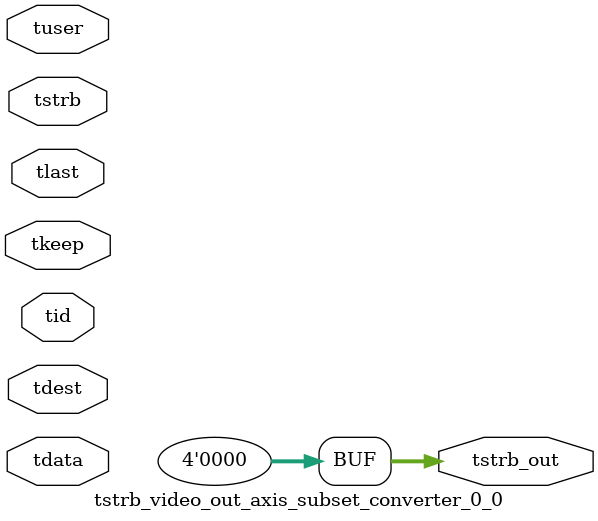
<source format=v>


`timescale 1ps/1ps

module tstrb_video_out_axis_subset_converter_0_0 #
(
parameter C_S_AXIS_TDATA_WIDTH = 32,
parameter C_S_AXIS_TUSER_WIDTH = 0,
parameter C_S_AXIS_TID_WIDTH   = 0,
parameter C_S_AXIS_TDEST_WIDTH = 0,
parameter C_M_AXIS_TDATA_WIDTH = 32
)
(
input  [(C_S_AXIS_TDATA_WIDTH == 0 ? 1 : C_S_AXIS_TDATA_WIDTH)-1:0     ] tdata,
input  [(C_S_AXIS_TUSER_WIDTH == 0 ? 1 : C_S_AXIS_TUSER_WIDTH)-1:0     ] tuser,
input  [(C_S_AXIS_TID_WIDTH   == 0 ? 1 : C_S_AXIS_TID_WIDTH)-1:0       ] tid,
input  [(C_S_AXIS_TDEST_WIDTH == 0 ? 1 : C_S_AXIS_TDEST_WIDTH)-1:0     ] tdest,
input  [(C_S_AXIS_TDATA_WIDTH/8)-1:0 ] tkeep,
input  [(C_S_AXIS_TDATA_WIDTH/8)-1:0 ] tstrb,
input                                                                    tlast,
output [(C_M_AXIS_TDATA_WIDTH/8)-1:0 ] tstrb_out
);

assign tstrb_out = {1'b0};

endmodule


</source>
